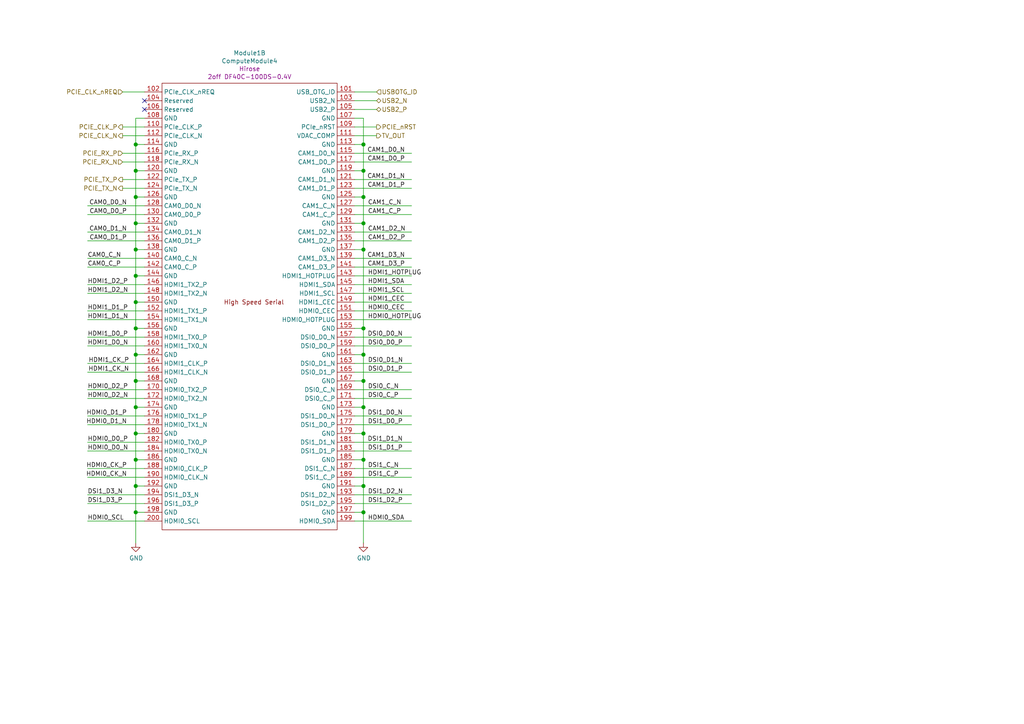
<source format=kicad_sch>
(kicad_sch (version 20230121) (generator eeschema)
  (paper "A4")
  (title_block (title "Compute Module 4 IO USB3 Board - CM4 - Highspeed") (rev "1") (company "Copyright © 2020-2022 Raspberry Pi Ltd (formerly Raspberry Pi (Trading) Ltd.)") (comment 1 "www.raspberrypi.com"))
  (lib_symbols
    (symbol "CM4IO:ComputeModule4-CM4"
      (property "Reference" "Module" (at 113.03 -68.58 0))
      (property "Value" "ComputeModule4-CM4" (at 140.97 2.54 0))
      (property "Field4" "Hirose" (at 0 0 0))
      (property "Field5" "2x DF40C-100DS-0.4V" (at 0 -2.54 0))
      (symbol "ComputeModule4-CM4_1_0"
        (text "GPIO" (at 0 6.35 0) (effects (font (size 1.27 1.27))))
      )
      (symbol "ComputeModule4-CM4_1_1"
        (rectangle (start -30.48 -71.12) (end 25.4 58.42))
        (text "600mA Max" (at -8.89 -53.34 0) (effects (font (size 1.27 1.27))))
        (text "600mA Max" (at -8.89 -48.26 0) (effects (font (size 1.27 1.27))))
        (text "NB SD signals are only available" (at -1.27 -27.94 0) (effects (font (size 1.27 1.27))))
        (text "on modules without eMMC" (at -1.27 -30.48 0) (effects (font (size 1.27 1.27))))
        (pin power_in line (at 27.94 55.88 180) (length 2.54) (name "GND") (number "1"))
        (pin passive line (at -33.02 45.72 0) (length 2.54) (name "Ethernet_Pair0_N") (number "10"))
        (pin output line (at -33.02 -68.58 0) (length 2.54) (name "nEXTRST") (number "100"))
        (pin passive line (at 27.94 43.18 180) (length 2.54) (name "Ethernet_Pair2_P") (number "11"))
        (pin passive line (at -33.02 43.18 0) (length 2.54) (name "Ethernet_Pair0_P") (number "12"))
        (pin power_in line (at 27.94 40.64 180) (length 2.54) (name "GND") (number "13"))
        (pin power_in line (at -33.02 40.64 0) (length 2.54) (name "GND") (number "14"))
        (pin output line (at 27.94 38.1 180) (length 2.54) (name "Ethernet_nLED3(3.3v)") (number "15"))
        (pin input line (at -33.02 38.1 0) (length 2.54) (name "Ethernet_SYNC_IN(1.8v)") (number "16"))
        (pin output line (at 27.94 35.56 180) (length 2.54) (name "Ethernet_nLED2(3.3v)") (number "17"))
        (pin input line (at -33.02 35.56 0) (length 2.54) (name "Ethernet_SYNC_OUT(1.8v)") (number "18"))
        (pin output line (at 27.94 33.02 180) (length 2.54) (name "Ethernet_nLED1(3.3v)") (number "19"))
        (pin power_in line (at -33.02 55.88 0) (length 2.54) (name "GND") (number "2"))
        (pin passive line (at -33.02 33.02 0) (length 2.54) (name "EEPROM_nWP") (number "20"))
        (pin open_collector line (at 27.94 30.48 180) (length 2.54) (name "PI_nLED_Activity") (number "21"))
        (pin power_in line (at -33.02 30.48 0) (length 2.54) (name "GND") (number "22"))
        (pin power_in line (at 27.94 27.94 180) (length 2.54) (name "GND") (number "23"))
        (pin passive line (at -33.02 27.94 0) (length 2.54) (name "GPIO26") (number "24"))
        (pin passive line (at 27.94 25.4 180) (length 2.54) (name "GPIO21") (number "25"))
        (pin passive line (at -33.02 25.4 0) (length 2.54) (name "GPIO19") (number "26"))
        (pin passive line (at 27.94 22.86 180) (length 2.54) (name "GPIO20") (number "27"))
        (pin passive line (at -33.02 22.86 0) (length 2.54) (name "GPIO13") (number "28"))
        (pin passive line (at 27.94 20.32 180) (length 2.54) (name "GPIO16") (number "29"))
        (pin passive line (at 27.94 53.34 180) (length 2.54) (name "Ethernet_Pair3_P") (number "3"))
        (pin passive line (at -33.02 20.32 0) (length 2.54) (name "GPIO6") (number "30"))
        (pin passive line (at 27.94 17.78 180) (length 2.54) (name "GPIO12") (number "31"))
        (pin power_in line (at -33.02 17.78 0) (length 2.54) (name "GND") (number "32"))
        (pin power_in line (at 27.94 15.24 180) (length 2.54) (name "GND") (number "33"))
        (pin passive line (at -33.02 15.24 0) (length 2.54) (name "GPIO5") (number "34"))
        (pin passive line (at 27.94 12.7 180) (length 2.54) (name "ID_SC") (number "35"))
        (pin passive line (at -33.02 12.7 0) (length 2.54) (name "ID_SD") (number "36"))
        (pin passive line (at 27.94 10.16 180) (length 2.54) (name "GPIO7") (number "37"))
        (pin passive line (at -33.02 10.16 0) (length 2.54) (name "GPIO11") (number "38"))
        (pin passive line (at 27.94 7.62 180) (length 2.54) (name "GPIO8") (number "39"))
        (pin passive line (at -33.02 53.34 0) (length 2.54) (name "Ethernet_Pair1_P") (number "4"))
        (pin passive line (at -33.02 7.62 0) (length 2.54) (name "GPIO9") (number "40"))
        (pin passive line (at 27.94 5.08 180) (length 2.54) (name "GPIO25") (number "41"))
        (pin power_in line (at -33.02 5.08 0) (length 2.54) (name "GND") (number "42"))
        (pin power_in line (at 27.94 2.54 180) (length 2.54) (name "GND") (number "43"))
        (pin passive line (at -33.02 2.54 0) (length 2.54) (name "GPIO10") (number "44"))
        (pin passive line (at 27.94 0 180) (length 2.54) (name "GPIO24") (number "45"))
        (pin passive line (at -33.02 0 0) (length 2.54) (name "GPIO22") (number "46"))
        (pin passive line (at 27.94 -2.54 180) (length 2.54) (name "GPIO23") (number "47"))
        (pin passive line (at -33.02 -2.54 0) (length 2.54) (name "GPIO27") (number "48"))
        (pin passive line (at 27.94 -5.08 180) (length 2.54) (name "GPIO18") (number "49"))
        (pin passive line (at 27.94 50.8 180) (length 2.54) (name "Ethernet_Pair3_N") (number "5"))
        (pin passive line (at -33.02 -5.08 0) (length 2.54) (name "GPIO17") (number "50"))
        (pin passive line (at 27.94 -7.62 180) (length 2.54) (name "GPIO15") (number "51"))
        (pin power_in line (at -33.02 -7.62 0) (length 2.54) (name "GND") (number "52"))
        (pin power_in line (at 27.94 -10.16 180) (length 2.54) (name "GND") (number "53"))
        (pin passive line (at -33.02 -10.16 0) (length 2.54) (name "GPIO4") (number "54"))
        (pin passive line (at 27.94 -12.7 180) (length 2.54) (name "GPIO14") (number "55"))
        (pin passive line (at -33.02 -12.7 0) (length 2.54) (name "GPIO3") (number "56"))
        (pin passive line (at 27.94 -15.24 180) (length 2.54) (name "SD_CLK") (number "57"))
        (pin passive line (at -33.02 -15.24 0) (length 2.54) (name "GPIO2") (number "58"))
        (pin power_in line (at 27.94 -17.78 180) (length 2.54) (name "GND") (number "59"))
        (pin passive line (at -33.02 50.8 0) (length 2.54) (name "Ethernet_Pair1_N") (number "6"))
        (pin power_in line (at -33.02 -17.78 0) (length 2.54) (name "GND") (number "60"))
        (pin passive line (at 27.94 -20.32 180) (length 2.54) (name "SD_DAT3") (number "61"))
        (pin passive line (at -33.02 -20.32 0) (length 2.54) (name "SD_CMD") (number "62"))
        (pin passive line (at 27.94 -22.86 180) (length 2.54) (name "SD_DAT0") (number "63"))
        (pin passive line (at -33.02 -22.86 0) (length 2.54) (name "SD_DAT5") (number "64"))
        (pin power_in line (at 27.94 -25.4 180) (length 2.54) (name "GND") (number "65"))
        (pin power_in line (at -33.02 -25.4 0) (length 2.54) (name "GND") (number "66"))
        (pin passive line (at 27.94 -27.94 180) (length 2.54) (name "SD_DAT1") (number "67"))
        (pin passive line (at -33.02 -27.94 0) (length 2.54) (name "SD_DAT4") (number "68"))
        (pin passive line (at 27.94 -30.48 180) (length 2.54) (name "SD_DAT2") (number "69"))
        (pin power_in line (at 27.94 48.26 180) (length 2.54) (name "GND") (number "7"))
        (pin passive line (at -33.02 -30.48 0) (length 2.54) (name "SD_DAT7") (number "70"))
        (pin power_in line (at 27.94 -33.02 180) (length 2.54) (name "GND") (number "71"))
        (pin passive line (at -33.02 -33.02 0) (length 2.54) (name "SD_DAT6") (number "72"))
        (pin input line (at 27.94 -35.56 180) (length 2.54) (name "SD_VDD_Override") (number "73"))
        (pin power_in line (at -33.02 -35.56 0) (length 2.54) (name "GND") (number "74"))
        (pin output line (at 27.94 -38.1 180) (length 2.54) (name "SD_PWR_ON") (number "75"))
        (pin passive line (at -33.02 -38.1 0) (length 2.54) (name "Reserved") (number "76"))
        (pin power_in line (at 27.94 -40.64 180) (length 2.54) (name "+5v_(Input)") (number "77"))
        (pin power_in line (at -33.02 -40.64 0) (length 2.54) (name "GPIO_VREF(1.8v/3.3v_Input)") (number "78"))
        (pin power_in line (at 27.94 -43.18 180) (length 2.54) (name "+5v_(Input)") (number "79"))
        (pin power_in line (at -33.02 48.26 0) (length 2.54) (name "GND") (number "8"))
        (pin passive line (at -33.02 -43.18 0) (length 2.54) (name "SCL0") (number "80"))
        (pin power_in line (at 27.94 -45.72 180) (length 2.54) (name "+5v_(Input)") (number "81"))
        (pin passive line (at -33.02 -45.72 0) (length 2.54) (name "SDA0") (number "82"))
        (pin power_in line (at 27.94 -48.26 180) (length 2.54) (name "+5v_(Input)") (number "83"))
        (pin power_out line (at -33.02 -48.26 0) (length 2.54) (name "+3.3v_(Output)") (number "84"))
        (pin power_in line (at 27.94 -50.8 180) (length 2.54) (name "+5v_(Input)") (number "85"))
        (pin power_out line (at -33.02 -50.8 0) (length 2.54) (name "+3.3v_(Output)") (number "86"))
        (pin power_in line (at 27.94 -53.34 180) (length 2.54) (name "+5v_(Input)") (number "87"))
        (pin power_out line (at -33.02 -53.34 0) (length 2.54) (name "+1.8v_(Output)") (number "88"))
        (pin power_in line (at 27.94 -55.88 180) (length 2.54) (name "WiFi_nDisable") (number "89"))
        (pin passive line (at 27.94 45.72 180) (length 2.54) (name "Ethernet_Pair2_N") (number "9"))
        (pin power_out line (at -33.02 -55.88 0) (length 2.54) (name "+1.8v_(Output)") (number "90"))
        (pin power_in line (at 27.94 -58.42 180) (length 2.54) (name "BT_nDisable") (number "91"))
        (pin passive line (at -33.02 -58.42 0) (length 2.54) (name "RUN_PG") (number "92"))
        (pin input line (at 27.94 -60.96 180) (length 2.54) (name "nRPIBOOT") (number "93"))
        (pin passive line (at -33.02 -60.96 0) (length 2.54) (name "AnalogIP0") (number "94"))
        (pin output line (at 27.94 -63.5 180) (length 2.54) (name "nPI_LED_PWR") (number "95"))
        (pin passive line (at -33.02 -63.5 0) (length 2.54) (name "AnalogIP1") (number "96"))
        (pin passive line (at 27.94 -66.04 180) (length 2.54) (name "Camera_GPIO") (number "97"))
        (pin power_in line (at -33.02 -66.04 0) (length 2.54) (name "GND") (number "98"))
        (pin input line (at 27.94 -68.58 180) (length 2.54) (name "Global_EN") (number "99"))
      )
      (symbol "ComputeModule4-CM4_2_1"
        (rectangle (start 114.3 -66.04) (end 165.1 63.5))
        (text "High Speed Serial" (at 140.97 0 0) (effects (font (size 1.27 1.27))))
        (pin input line (at 170.18 60.96 180) (length 5.08) (name "USB_OTG_ID") (number "101"))
        (pin input line (at 109.22 60.96 0) (length 5.08) (name "PCIe_CLK_nREQ") (number "102"))
        (pin passive line (at 170.18 58.42 180) (length 5.08) (name "USB2_N") (number "103"))
        (pin passive line (at 109.22 58.42 0) (length 5.08) (name "Reserved") (number "104"))
        (pin passive line (at 170.18 55.88 180) (length 5.08) (name "USB2_P") (number "105"))
        (pin passive line (at 109.22 55.88 0) (length 5.08) (name "Reserved") (number "106"))
        (pin power_in line (at 170.18 53.34 180) (length 5.08) (name "GND") (number "107"))
        (pin power_in line (at 109.22 53.34 0) (length 5.08) (name "GND") (number "108"))
        (pin bidirectional line (at 170.18 50.8 180) (length 5.08) (name "PCIe_nRST") (number "109"))
        (pin output line (at 109.22 50.8 0) (length 5.08) (name "PCIe_CLK_P") (number "110"))
        (pin passive line (at 170.18 48.26 180) (length 5.08) (name "VDAC_COMP") (number "111"))
        (pin output line (at 109.22 48.26 0) (length 5.08) (name "PCIe_CLK_N") (number "112"))
        (pin power_in line (at 170.18 45.72 180) (length 5.08) (name "GND") (number "113"))
        (pin power_in line (at 109.22 45.72 0) (length 5.08) (name "GND") (number "114"))
        (pin input line (at 170.18 43.18 180) (length 5.08) (name "CAM1_D0_N") (number "115"))
        (pin input line (at 109.22 43.18 0) (length 5.08) (name "PCIe_RX_P") (number "116"))
        (pin input line (at 170.18 40.64 180) (length 5.08) (name "CAM1_D0_P") (number "117"))
        (pin input line (at 109.22 40.64 0) (length 5.08) (name "PCIe_RX_N") (number "118"))
        (pin power_in line (at 170.18 38.1 180) (length 5.08) (name "GND") (number "119"))
        (pin power_in line (at 109.22 38.1 0) (length 5.08) (name "GND") (number "120"))
        (pin input line (at 170.18 35.56 180) (length 5.08) (name "CAM1_D1_N") (number "121"))
        (pin output line (at 109.22 35.56 0) (length 5.08) (name "PCIe_TX_P") (number "122"))
        (pin input line (at 170.18 33.02 180) (length 5.08) (name "CAM1_D1_P") (number "123"))
        (pin output line (at 109.22 33.02 0) (length 5.08) (name "PCIe_TX_N") (number "124"))
        (pin power_in line (at 170.18 30.48 180) (length 5.08) (name "GND") (number "125"))
        (pin power_in line (at 109.22 30.48 0) (length 5.08) (name "GND") (number "126"))
        (pin input line (at 170.18 27.94 180) (length 5.08) (name "CAM1_C_N") (number "127"))
        (pin input line (at 109.22 27.94 0) (length 5.08) (name "CAM0_D0_N") (number "128"))
        (pin input line (at 170.18 25.4 180) (length 5.08) (name "CAM1_C_P") (number "129"))
        (pin input line (at 109.22 25.4 0) (length 5.08) (name "CAM0_D0_P") (number "130"))
        (pin power_in line (at 170.18 22.86 180) (length 5.08) (name "GND") (number "131"))
        (pin power_in line (at 109.22 22.86 0) (length 5.08) (name "GND") (number "132"))
        (pin input line (at 170.18 20.32 180) (length 5.08) (name "CAM1_D2_N") (number "133"))
        (pin input line (at 109.22 20.32 0) (length 5.08) (name "CAM0_D1_N") (number "134"))
        (pin input line (at 170.18 17.78 180) (length 5.08) (name "CAM1_D2_P") (number "135"))
        (pin input line (at 109.22 17.78 0) (length 5.08) (name "CAM0_D1_P") (number "136"))
        (pin power_in line (at 170.18 15.24 180) (length 5.08) (name "GND") (number "137"))
        (pin power_in line (at 109.22 15.24 0) (length 5.08) (name "GND") (number "138"))
        (pin input line (at 170.18 12.7 180) (length 5.08) (name "CAM1_D3_N") (number "139"))
        (pin input line (at 109.22 12.7 0) (length 5.08) (name "CAM0_C_N") (number "140"))
        (pin input line (at 170.18 10.16 180) (length 5.08) (name "CAM1_D3_P") (number "141"))
        (pin input line (at 109.22 10.16 0) (length 5.08) (name "CAM0_C_P") (number "142"))
        (pin input line (at 170.18 7.62 180) (length 5.08) (name "HDMI1_HOTPLUG") (number "143"))
        (pin power_in line (at 109.22 7.62 0) (length 5.08) (name "GND") (number "144"))
        (pin bidirectional line (at 170.18 5.08 180) (length 5.08) (name "HDMI1_SDA") (number "145"))
        (pin output line (at 109.22 5.08 0) (length 5.08) (name "HDMI1_TX2_P") (number "146"))
        (pin open_collector line (at 170.18 2.54 180) (length 5.08) (name "HDMI1_SCL") (number "147"))
        (pin output line (at 109.22 2.54 0) (length 5.08) (name "HDMI1_TX2_N") (number "148"))
        (pin open_collector line (at 170.18 0 180) (length 5.08) (name "HDMI1_CEC") (number "149"))
        (pin power_in line (at 109.22 0 0) (length 5.08) (name "GND") (number "150"))
        (pin open_collector line (at 170.18 -2.54 180) (length 5.08) (name "HDMI0_CEC") (number "151"))
        (pin output line (at 109.22 -2.54 0) (length 5.08) (name "HDMI1_TX1_P") (number "152"))
        (pin input line (at 170.18 -5.08 180) (length 5.08) (name "HDMI0_HOTPLUG") (number "153"))
        (pin output line (at 109.22 -5.08 0) (length 5.08) (name "HDMI1_TX1_N") (number "154"))
        (pin power_in line (at 170.18 -7.62 180) (length 5.08) (name "GND") (number "155"))
        (pin power_in line (at 109.22 -7.62 0) (length 5.08) (name "GND") (number "156"))
        (pin output line (at 170.18 -10.16 180) (length 5.08) (name "DSI0_D0_N") (number "157"))
        (pin output line (at 109.22 -10.16 0) (length 5.08) (name "HDMI1_TX0_P") (number "158"))
        (pin output line (at 170.18 -12.7 180) (length 5.08) (name "DSI0_D0_P") (number "159"))
        (pin output line (at 109.22 -12.7 0) (length 5.08) (name "HDMI1_TX0_N") (number "160"))
        (pin power_in line (at 170.18 -15.24 180) (length 5.08) (name "GND") (number "161"))
        (pin power_in line (at 109.22 -15.24 0) (length 5.08) (name "GND") (number "162"))
        (pin output line (at 170.18 -17.78 180) (length 5.08) (name "DSI0_D1_N") (number "163"))
        (pin output line (at 109.22 -17.78 0) (length 5.08) (name "HDMI1_CLK_P") (number "164"))
        (pin output line (at 170.18 -20.32 180) (length 5.08) (name "DSI0_D1_P") (number "165"))
        (pin output line (at 109.22 -20.32 0) (length 5.08) (name "HDMI1_CLK_N") (number "166"))
        (pin power_in line (at 170.18 -22.86 180) (length 5.08) (name "GND") (number "167"))
        (pin power_in line (at 109.22 -22.86 0) (length 5.08) (name "GND") (number "168"))
        (pin output line (at 170.18 -25.4 180) (length 5.08) (name "DSI0_C_N") (number "169"))
        (pin output line (at 109.22 -25.4 0) (length 5.08) (name "HDMI0_TX2_P") (number "170"))
        (pin output line (at 170.18 -27.94 180) (length 5.08) (name "DSI0_C_P") (number "171"))
        (pin output line (at 109.22 -27.94 0) (length 5.08) (name "HDMI0_TX2_N") (number "172"))
        (pin power_in line (at 170.18 -30.48 180) (length 5.08) (name "GND") (number "173"))
        (pin power_in line (at 109.22 -30.48 0) (length 5.08) (name "GND") (number "174"))
        (pin output line (at 170.18 -33.02 180) (length 5.08) (name "DSI1_D0_N") (number "175"))
        (pin output line (at 109.22 -33.02 0) (length 5.08) (name "HDMI0_TX1_P") (number "176"))
        (pin output line (at 170.18 -35.56 180) (length 5.08) (name "DSI1_D0_P") (number "177"))
        (pin output line (at 109.22 -35.56 0) (length 5.08) (name "HDMI0_TX1_N") (number "178"))
        (pin power_in line (at 170.18 -38.1 180) (length 5.08) (name "GND") (number "179"))
        (pin power_in line (at 109.22 -38.1 0) (length 5.08) (name "GND") (number "180"))
        (pin output line (at 170.18 -40.64 180) (length 5.08) (name "DSI1_D1_N") (number "181"))
        (pin output line (at 109.22 -40.64 0) (length 5.08) (name "HDMI0_TX0_P") (number "182"))
        (pin output line (at 170.18 -43.18 180) (length 5.08) (name "DSI1_D1_P") (number "183"))
        (pin output line (at 109.22 -43.18 0) (length 5.08) (name "HDMI0_TX0_N") (number "184"))
        (pin power_in line (at 170.18 -45.72 180) (length 5.08) (name "GND") (number "185"))
        (pin power_in line (at 109.22 -45.72 0) (length 5.08) (name "GND") (number "186"))
        (pin output line (at 170.18 -48.26 180) (length 5.08) (name "DSI1_C_N") (number "187"))
        (pin output line (at 109.22 -48.26 0) (length 5.08) (name "HDMI0_CLK_P") (number "188"))
        (pin output line (at 170.18 -50.8 180) (length 5.08) (name "DSI1_C_P") (number "189"))
        (pin output line (at 109.22 -50.8 0) (length 5.08) (name "HDMI0_CLK_N") (number "190"))
        (pin power_in line (at 170.18 -53.34 180) (length 5.08) (name "GND") (number "191"))
        (pin power_in line (at 109.22 -53.34 0) (length 5.08) (name "GND") (number "192"))
        (pin output line (at 170.18 -55.88 180) (length 5.08) (name "DSI1_D2_N") (number "193"))
        (pin output line (at 109.22 -55.88 0) (length 5.08) (name "DSI1_D3_N") (number "194"))
        (pin output line (at 170.18 -58.42 180) (length 5.08) (name "DSI1_D2_P") (number "195"))
        (pin output line (at 109.22 -58.42 0) (length 5.08) (name "DSI1_D3_P") (number "196"))
        (pin power_in line (at 170.18 -60.96 180) (length 5.08) (name "GND") (number "197"))
        (pin power_in line (at 109.22 -60.96 0) (length 5.08) (name "GND") (number "198"))
        (pin bidirectional line (at 170.18 -63.5 180) (length 5.08) (name "HDMI0_SDA") (number "199"))
        (pin open_collector line (at 109.22 -63.5 0) (length 5.08) (name "HDMI0_SCL") (number "200"))
      )
    )
    (symbol "power:GND" (power) (pin_names (offset 0))
      (property "Value" "GND" (at 0 -3.81 0))
      (symbol "GND_0_1"
        (polyline (pts (xy 0 0) (xy 0 -1.27) (xy 1.27 -1.27) (xy 0 -2.54) (xy -1.27 -1.27) (xy 0 -1.27)))
      )
      (symbol "GND_1_1"
        (pin power_in line (at 0 0 270) (length 0) hide (name "GND") (number "1"))
      )
    )
  )
  (junction (at 39.37 148.59) (diameter 1.016))
  (junction (at 39.37 133.35) (diameter 1.016))
  (junction (at 105.41 133.35) (diameter 1.016))
  (junction (at 39.37 72.39) (diameter 1.016))
  (junction (at 105.41 57.15) (diameter 1.016))
  (junction (at 105.41 148.59) (diameter 1.016))
  (junction (at 39.37 41.91) (diameter 1.016))
  (junction (at 105.41 41.91) (diameter 1.016))
  (junction (at 39.37 57.15) (diameter 1.016))
  (junction (at 105.41 102.87) (diameter 1.016))
  (junction (at 105.41 125.73) (diameter 1.016))
  (junction (at 39.37 80.01) (diameter 1.016))
  (junction (at 105.41 118.11) (diameter 1.016))
  (junction (at 39.37 49.53) (diameter 1.016))
  (junction (at 105.41 64.77) (diameter 1.016))
  (junction (at 105.41 49.53) (diameter 1.016))
  (junction (at 39.37 140.97) (diameter 1.016))
  (junction (at 105.41 140.97) (diameter 1.016))
  (junction (at 105.41 95.25) (diameter 1.016))
  (junction (at 39.37 102.87) (diameter 1.016))
  (junction (at 39.37 118.11) (diameter 1.016))
  (junction (at 39.37 87.63) (diameter 1.016))
  (junction (at 105.41 72.39) (diameter 1.016))
  (junction (at 105.41 110.49) (diameter 1.016))
  (junction (at 39.37 64.77) (diameter 1.016))
  (junction (at 39.37 95.25) (diameter 1.016))
  (junction (at 39.37 125.73) (diameter 1.016))
  (junction (at 39.37 110.49) (diameter 1.016))
  (no_connect (at 41.91 29.21))
  (no_connect (at 41.91 31.75))
  (wire (pts (xy 102.87 146.05) (xy 119.38 146.05)))
  (wire (pts (xy 25.4 113.03) (xy 41.91 113.03)))
  (wire (pts (xy 25.4 143.51) (xy 41.91 143.51)))
  (wire (pts (xy 102.87 39.37) (xy 109.22 39.37)))
  (wire (pts (xy 39.37 64.77) (xy 39.37 72.39)))
  (wire (pts (xy 39.37 140.97) (xy 39.37 148.59)))
  (wire (pts (xy 39.37 34.29) (xy 39.37 41.91)))
  (wire (pts (xy 119.38 54.61) (xy 102.87 54.61)))
  (wire (pts (xy 39.37 87.63) (xy 39.37 95.25)))
  (wire (pts (xy 41.91 120.65) (xy 25.4 120.65)))
  (wire (pts (xy 39.37 72.39) (xy 39.37 80.01)))
  (wire (pts (xy 39.37 102.87) (xy 39.37 110.49)))
  (wire (pts (xy 105.41 49.53) (xy 105.41 41.91)))
  (wire (pts (xy 102.87 31.75) (xy 109.22 31.75)))
  (wire (pts (xy 39.37 87.63) (xy 41.91 87.63)))
  (wire (pts (xy 41.91 62.23) (xy 25.4 62.23)))
  (wire (pts (xy 39.37 110.49) (xy 39.37 118.11)))
  (wire (pts (xy 39.37 49.53) (xy 39.37 57.15)))
  (wire (pts (xy 39.37 133.35) (xy 41.91 133.35)))
  (wire (pts (xy 105.41 72.39) (xy 105.41 64.77)))
  (wire (pts (xy 119.38 120.65) (xy 102.87 120.65)))
  (wire (pts (xy 35.56 39.37) (xy 41.91 39.37)))
  (wire (pts (xy 39.37 110.49) (xy 41.91 110.49)))
  (wire (pts (xy 41.91 148.59) (xy 39.37 148.59)))
  (wire (pts (xy 102.87 102.87) (xy 105.41 102.87)))
  (wire (pts (xy 39.37 57.15) (xy 39.37 64.77)))
  (wire (pts (xy 25.4 115.57) (xy 41.91 115.57)))
  (wire (pts (xy 102.87 41.91) (xy 105.41 41.91)))
  (wire (pts (xy 25.4 74.93) (xy 41.91 74.93)))
  (wire (pts (xy 25.4 128.27) (xy 41.91 128.27)))
  (wire (pts (xy 105.41 125.73) (xy 105.41 133.35)))
  (wire (pts (xy 102.87 151.13) (xy 119.38 151.13)))
  (wire (pts (xy 41.91 67.31) (xy 25.4 67.31)))
  (wire (pts (xy 105.41 118.11) (xy 105.41 125.73)))
  (wire (pts (xy 102.87 87.63) (xy 119.38 87.63)))
  (wire (pts (xy 25.4 130.81) (xy 41.91 130.81)))
  (wire (pts (xy 102.87 80.01) (xy 119.38 80.01)))
  (wire (pts (xy 25.4 77.47) (xy 41.91 77.47)))
  (wire (pts (xy 41.91 69.85) (xy 25.4 69.85)))
  (wire (pts (xy 105.41 148.59) (xy 105.41 157.48)))
  (wire (pts (xy 41.91 44.45) (xy 35.56 44.45)))
  (wire (pts (xy 119.38 77.47) (xy 102.87 77.47)))
  (wire (pts (xy 102.87 133.35) (xy 105.41 133.35)))
  (wire (pts (xy 35.56 54.61) (xy 41.91 54.61)))
  (wire (pts (xy 102.87 90.17) (xy 119.38 90.17)))
  (wire (pts (xy 39.37 64.77) (xy 41.91 64.77)))
  (wire (pts (xy 119.38 44.45) (xy 102.87 44.45)))
  (wire (pts (xy 102.87 49.53) (xy 105.41 49.53)))
  (wire (pts (xy 119.38 128.27) (xy 102.87 128.27)))
  (wire (pts (xy 25.4 100.33) (xy 41.91 100.33)))
  (wire (pts (xy 41.91 46.99) (xy 35.56 46.99)))
  (wire (pts (xy 105.41 95.25) (xy 105.41 102.87)))
  (wire (pts (xy 39.37 118.11) (xy 39.37 125.73)))
  (wire (pts (xy 25.4 85.09) (xy 41.91 85.09)))
  (wire (pts (xy 39.37 41.91) (xy 41.91 41.91)))
  (wire (pts (xy 41.91 140.97) (xy 39.37 140.97)))
  (wire (pts (xy 119.38 74.93) (xy 102.87 74.93)))
  (wire (pts (xy 41.91 135.89) (xy 25.4 135.89)))
  (wire (pts (xy 119.38 97.79) (xy 102.87 97.79)))
  (wire (pts (xy 39.37 125.73) (xy 41.91 125.73)))
  (wire (pts (xy 102.87 69.85) (xy 119.38 69.85)))
  (wire (pts (xy 102.87 57.15) (xy 105.41 57.15)))
  (wire (pts (xy 102.87 59.69) (xy 119.38 59.69)))
  (wire (pts (xy 102.87 118.11) (xy 105.41 118.11)))
  (wire (pts (xy 102.87 95.25) (xy 105.41 95.25)))
  (wire (pts (xy 35.56 36.83) (xy 41.91 36.83)))
  (wire (pts (xy 105.41 140.97) (xy 105.41 148.59)))
  (wire (pts (xy 105.41 57.15) (xy 105.41 49.53)))
  (wire (pts (xy 35.56 26.67) (xy 41.91 26.67)))
  (wire (pts (xy 102.87 135.89) (xy 119.38 135.89)))
  (wire (pts (xy 102.87 92.71) (xy 119.38 92.71)))
  (wire (pts (xy 35.56 52.07) (xy 41.91 52.07)))
  (wire (pts (xy 102.87 67.31) (xy 119.38 67.31)))
  (wire (pts (xy 119.38 52.07) (xy 102.87 52.07)))
  (wire (pts (xy 25.4 90.17) (xy 41.91 90.17)))
  (wire (pts (xy 105.41 110.49) (xy 105.41 118.11)))
  (wire (pts (xy 41.91 107.95) (xy 25.4 107.95)))
  (wire (pts (xy 39.37 95.25) (xy 41.91 95.25)))
  (wire (pts (xy 39.37 118.11) (xy 41.91 118.11)))
  (wire (pts (xy 102.87 64.77) (xy 105.41 64.77)))
  (wire (pts (xy 41.91 34.29) (xy 39.37 34.29)))
  (wire (pts (xy 25.4 146.05) (xy 41.91 146.05)))
  (wire (pts (xy 102.87 143.51) (xy 119.38 143.51)))
  (wire (pts (xy 39.37 72.39) (xy 41.91 72.39)))
  (wire (pts (xy 39.37 125.73) (xy 39.37 133.35)))
  (wire (pts (xy 102.87 62.23) (xy 119.38 62.23)))
  (wire (pts (xy 119.38 46.99) (xy 102.87 46.99)))
  (wire (pts (xy 39.37 102.87) (xy 41.91 102.87)))
  (wire (pts (xy 102.87 125.73) (xy 105.41 125.73)))
  (wire (pts (xy 39.37 57.15) (xy 41.91 57.15)))
  (wire (pts (xy 119.38 100.33) (xy 102.87 100.33)))
  (wire (pts (xy 25.4 97.79) (xy 41.91 97.79)))
  (wire (pts (xy 25.4 151.13) (xy 41.91 151.13)))
  (wire (pts (xy 102.87 110.49) (xy 105.41 110.49)))
  (wire (pts (xy 102.87 82.55) (xy 119.38 82.55)))
  (wire (pts (xy 25.4 92.71) (xy 41.91 92.71)))
  (wire (pts (xy 39.37 133.35) (xy 39.37 140.97)))
  (wire (pts (xy 102.87 29.21) (xy 109.22 29.21)))
  (wire (pts (xy 105.41 41.91) (xy 105.41 34.29)))
  (wire (pts (xy 105.41 64.77) (xy 105.41 57.15)))
  (wire (pts (xy 102.87 105.41) (xy 119.38 105.41)))
  (wire (pts (xy 41.91 105.41) (xy 25.4 105.41)))
  (wire (pts (xy 102.87 107.95) (xy 119.38 107.95)))
  (wire (pts (xy 39.37 80.01) (xy 41.91 80.01)))
  (wire (pts (xy 105.41 133.35) (xy 105.41 140.97)))
  (wire (pts (xy 39.37 49.53) (xy 41.91 49.53)))
  (wire (pts (xy 102.87 36.83) (xy 109.22 36.83)))
  (wire (pts (xy 119.38 123.19) (xy 102.87 123.19)))
  (wire (pts (xy 105.41 72.39) (xy 105.41 95.25)))
  (wire (pts (xy 39.37 95.25) (xy 39.37 102.87)))
  (wire (pts (xy 102.87 72.39) (xy 105.41 72.39)))
  (wire (pts (xy 102.87 115.57) (xy 119.38 115.57)))
  (wire (pts (xy 105.41 34.29) (xy 102.87 34.29)))
  (wire (pts (xy 25.4 82.55) (xy 41.91 82.55)))
  (wire (pts (xy 105.41 102.87) (xy 105.41 110.49)))
  (wire (pts (xy 41.91 123.19) (xy 25.4 123.19)))
  (wire (pts (xy 102.87 85.09) (xy 119.38 85.09)))
  (wire (pts (xy 39.37 80.01) (xy 39.37 87.63)))
  (wire (pts (xy 39.37 148.59) (xy 39.37 157.48)))
  (wire (pts (xy 102.87 148.59) (xy 105.41 148.59)))
  (wire (pts (xy 39.37 41.91) (xy 39.37 49.53)))
  (wire (pts (xy 102.87 140.97) (xy 105.41 140.97)))
  (wire (pts (xy 41.91 59.69) (xy 25.4 59.69)))
  (wire (pts (xy 119.38 130.81) (xy 102.87 130.81)))
  (wire (pts (xy 41.91 138.43) (xy 25.4 138.43)))
  (wire (pts (xy 102.87 138.43) (xy 119.38 138.43)))
  (wire (pts (xy 102.87 113.03) (xy 119.38 113.03)))
  (wire (pts (xy 109.22 26.67) (xy 102.87 26.67)))
  (label "HDMI0_D1_N" (at 36.83 123.19 180))
  (label "DSI1_D3_P" (at 25.4 146.05 0))
  (label "CAM1_D1_P" (at 117.475 54.61 180))
  (label "HDMI1_CEC" (at 106.68 87.63 0))
  (label "DSI0_D1_P" (at 106.68 107.95 0))
  (label "CAM1_D0_P" (at 117.475 46.99 180))
  (label "DSI1_C_N" (at 106.68 135.89 0))
  (label "HDMI1_D1_P" (at 25.4 90.17 0))
  (label "CAM0_D1_P" (at 36.83 69.85 180))
  (label "HDMI0_D2_P" (at 25.4 113.03 0))
  (label "DSI1_D2_N" (at 106.68 143.51 0))
  (label "CAM0_C_N" (at 25.4 74.93 0))
  (label "DSI0_C_P" (at 106.68 115.57 0))
  (label "HDMI0_CK_P" (at 36.83 135.89 180))
  (label "DSI0_D0_P" (at 116.84 100.33 180))
  (label "HDMI1_D0_P" (at 25.4 97.79 0))
  (label "CAM0_C_P" (at 25.4 77.47 0))
  (label "CAM1_D3_P" (at 117.475 77.47 180))
  (label "CAM0_D0_N" (at 36.83 59.69 180))
  (label "DSI0_C_N" (at 106.68 113.03 0))
  (label "HDMI1_D2_N" (at 25.4 85.09 0))
  (label "CAM1_C_P" (at 106.68 62.23 0))
  (label "DSI1_C_P" (at 106.68 138.43 0))
  (label "HDMI0_CK_N" (at 36.83 138.43 180))
  (label "HDMI0_CEC" (at 106.68 90.17 0))
  (label "HDMI0_D2_N" (at 25.4 115.57 0))
  (label "HDMI1_D0_N" (at 25.4 100.33 0))
  (label "DSI1_D1_N" (at 116.84 128.27 180))
  (label "CAM1_D2_N" (at 106.68 67.31 0))
  (label "HDMI0_D1_P" (at 36.83 120.65 180))
  (label "CAM1_D3_N" (at 117.475 74.93 180))
  (label "HDMI0_D0_P" (at 25.4 128.27 0))
  (label "CAM1_D2_P" (at 106.68 69.85 0))
  (label "HDMI1_D1_N" (at 25.4 92.71 0))
  (label "CAM1_D1_N" (at 117.475 52.07 180))
  (label "HDMI1_CK_P" (at 37.465 105.41 180))
  (label "DSI0_D0_N" (at 116.84 97.79 180))
  (label "HDMI1_HOTPLUG" (at 106.68 80.01 0))
  (label "HDMI1_SCL" (at 106.68 85.09 0))
  (label "CAM0_D1_N" (at 36.83 67.31 180))
  (label "HDMI0_SCL" (at 25.4 151.13 0))
  (label "DSI1_D0_N" (at 116.84 120.65 180))
  (label "DSI1_D0_P" (at 116.84 123.19 180))
  (label "DSI1_D2_P" (at 106.68 146.05 0))
  (label "CAM0_D0_P" (at 36.83 62.23 180))
  (label "DSI1_D1_P" (at 116.84 130.81 180))
  (label "HDMI1_D2_P" (at 25.4 82.55 0))
  (label "HDMI0_HOTPLUG" (at 106.68 92.71 0))
  (label "CAM1_D0_N" (at 117.475 44.45 180))
  (label "HDMI0_D0_N" (at 25.4 130.81 0))
  (label "HDMI0_SDA" (at 106.68 151.13 0))
  (label "HDMI1_CK_N" (at 37.465 107.95 180))
  (label "CAM1_C_N" (at 106.68 59.69 0))
  (label "DSI1_D3_N" (at 25.4 143.51 0))
  (label "DSI0_D1_N" (at 106.68 105.41 0))
  (label "HDMI1_SDA" (at 106.68 82.55 0))
  (hierarchical_label "USBOTG_ID" (shape input) (at 109.22 26.67 0))
  (hierarchical_label "PCIE_CLK_P" (shape output) (at 35.56 36.83 180))
  (hierarchical_label "PCIE_RX_N" (shape input) (at 35.56 46.99 180))
  (hierarchical_label "PCIE_CLK_nREQ" (shape input) (at 35.56 26.67 180))
  (hierarchical_label "PCIE_RX_P" (shape input) (at 35.56 44.45 180))
  (hierarchical_label "USB2_P" (shape bidirectional) (at 109.22 31.75 0))
  (hierarchical_label "USB2_N" (shape bidirectional) (at 109.22 29.21 0))
  (hierarchical_label "PCIE_TX_P" (shape output) (at 35.56 52.07 180))
  (hierarchical_label "TV_OUT" (shape output) (at 109.22 39.37 0))
  (hierarchical_label "PCIE_CLK_N" (shape output) (at 35.56 39.37 180))
  (hierarchical_label "PCIE_nRST" (shape output) (at 109.22 36.83 0))
  (hierarchical_label "PCIE_TX_N" (shape output) (at 35.56 54.61 180))
  (symbol (lib_id "power:GND") (at 105.41 157.48 0) (unit 1)
    (property "Reference" "#PWR0130" (effects hide))
    (property "Value" "GND" (at 105.537 161.8742 0))
  )
  (symbol (lib_id "power:GND") (at 39.37 157.48 0) (unit 1)
    (property "Reference" "#PWR0131" (effects hide))
    (property "Value" "GND" (at 39.497 161.8742 0))
  )
  (symbol (lib_id "CM4IO:ComputeModule4-CM4") (at -67.31 87.63 0) (unit 2)
    (property "Reference" "Module1" (at 72.39 15.367 0))
    (property "Value" "ComputeModule4" (at 72.39 17.6784 0))
    (property "Footprint" "CM4IO:Raspberry-Pi-4-Compute-Module" (effects hide))
    (property "Field4" "Hirose" (at 72.39 19.9644 0))
    (property "Field5" "2off DF40C-100DS-0.4V" (at 72.39 22.2758 0))
    (property "Field6" "2off DF40C-100DS-0.4V" (effects hide))
    (property "Field7" "Hirose" (effects hide))
    (property "Part Description" "	100 Position Connector Receptacle, Center Strip Contacts Surface Mount Gold" (effects hide))
  )
)
</source>
